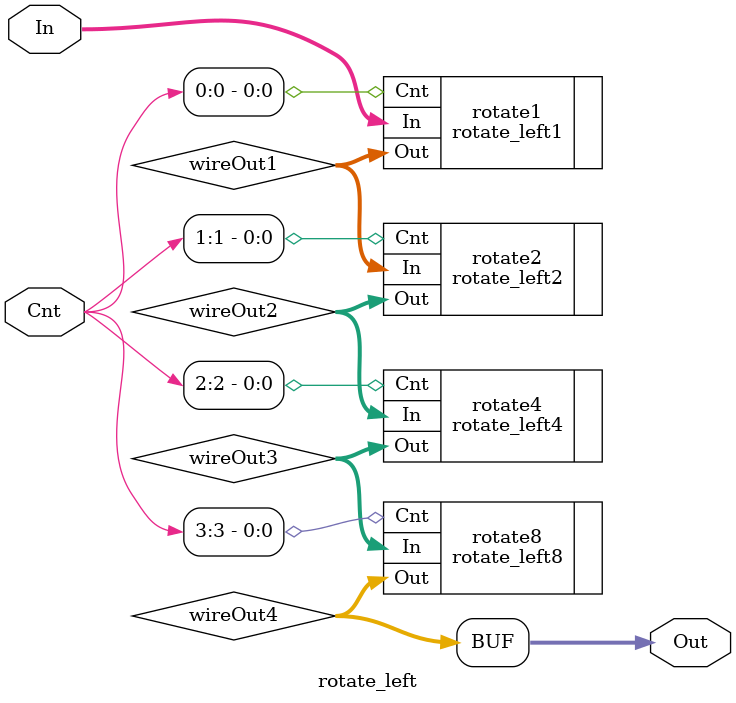
<source format=v>
module rotate_left(In, Cnt, Out);
    input [15:0] In;
    input [3:0] Cnt;
    output [15:0] Out;

    wire [15:0]wireOut1;        
    wire [15:0]wireOut2;
    wire [15:0]wireOut3;
    wire [15:0]wireOut4;

    //Rotate Left 1
    rotate_left1 rotate1(.In(In), .Cnt(Cnt[0]), .Out(wireOut1));
    //Rotate Left 2
    rotate_left2 rotate2(.In(wireOut1), .Cnt(Cnt[1]), .Out(wireOut2));
    //Rotate Left 4
    rotate_left4 rotate4(.In(wireOut2), .Cnt(Cnt[2]), .Out(wireOut3));
    //Rotate Left 8
    rotate_left8 rotate8(.In(wireOut3), .Cnt(Cnt[3]), .Out(wireOut4));    
    
    assign Out[15:0] = wireOut4[15:0];
endmodule

</source>
